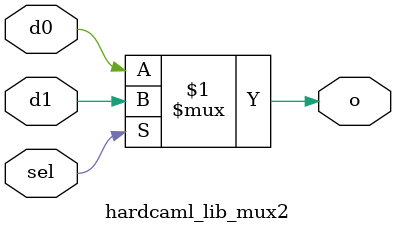
<source format=v>
module hardcaml_lib_mux2 #(parameter b=1) 
(
    input sel,
    input [b-1:0] d0,
    input [b-1:0] d1,
    output [b-1:0] o
);
    assign o = sel ? d1 : d0;
endmodule
</source>
